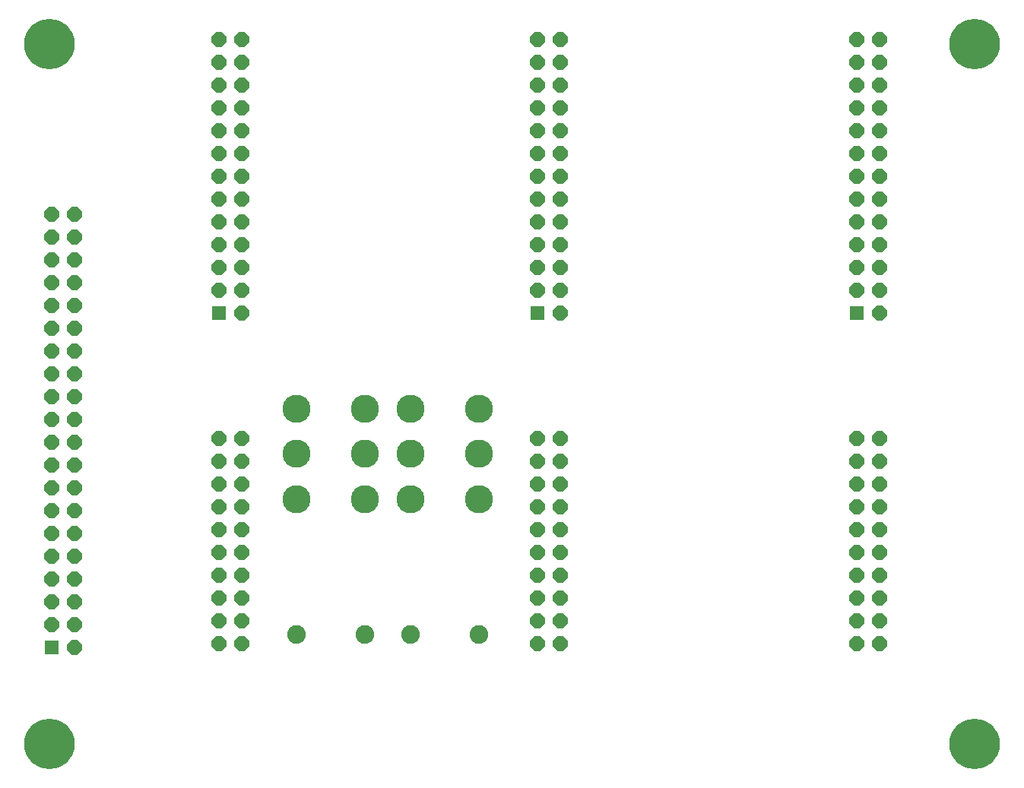
<source format=gbs>
G75*
%MOIN*%
%OFA0B0*%
%FSLAX25Y25*%
%IPPOS*%
%LPD*%
%AMOC8*
5,1,8,0,0,1.08239X$1,22.5*
%
%ADD10C,0.12311*%
%ADD11C,0.08177*%
%ADD12OC8,0.06406*%
%ADD13R,0.06406X0.06406*%
%ADD14C,0.22154*%
D10*
X0175902Y0143933D03*
X0175902Y0163776D03*
X0175902Y0183618D03*
X0205665Y0183618D03*
X0225902Y0183618D03*
X0225902Y0163776D03*
X0225902Y0143933D03*
X0205665Y0143933D03*
X0205665Y0163776D03*
X0255665Y0163776D03*
X0255665Y0143933D03*
X0255665Y0183618D03*
D11*
X0255665Y0084406D03*
X0225902Y0084406D03*
X0205665Y0084406D03*
X0175902Y0084406D03*
D12*
X0151807Y0080350D03*
X0141807Y0080350D03*
X0141807Y0090350D03*
X0151807Y0090350D03*
X0151807Y0100350D03*
X0141807Y0100350D03*
X0141807Y0110350D03*
X0151807Y0110350D03*
X0151807Y0120350D03*
X0141807Y0120350D03*
X0141807Y0130350D03*
X0151807Y0130350D03*
X0151807Y0140350D03*
X0141807Y0140350D03*
X0141807Y0150350D03*
X0151807Y0150350D03*
X0151807Y0160350D03*
X0141807Y0160350D03*
X0141807Y0170350D03*
X0151807Y0170350D03*
X0151807Y0225547D03*
X0151807Y0235547D03*
X0141807Y0235547D03*
X0141807Y0245547D03*
X0151807Y0245547D03*
X0151807Y0255547D03*
X0141807Y0255547D03*
X0141807Y0265547D03*
X0151807Y0265547D03*
X0151807Y0275547D03*
X0141807Y0275547D03*
X0141807Y0285547D03*
X0151807Y0285547D03*
X0151807Y0295547D03*
X0141807Y0295547D03*
X0141807Y0305547D03*
X0151807Y0305547D03*
X0151807Y0315547D03*
X0141807Y0315547D03*
X0141807Y0325547D03*
X0151807Y0325547D03*
X0151807Y0335547D03*
X0141807Y0335547D03*
X0141807Y0345547D03*
X0151807Y0345547D03*
X0078343Y0268776D03*
X0078343Y0258776D03*
X0068343Y0258776D03*
X0068343Y0268776D03*
X0068343Y0248776D03*
X0078343Y0248776D03*
X0078343Y0238776D03*
X0078343Y0228776D03*
X0068343Y0228776D03*
X0068343Y0238776D03*
X0068343Y0218776D03*
X0078343Y0218776D03*
X0078343Y0208776D03*
X0078343Y0198776D03*
X0068343Y0198776D03*
X0068343Y0208776D03*
X0068343Y0188776D03*
X0078343Y0188776D03*
X0078343Y0178776D03*
X0078343Y0168776D03*
X0068343Y0168776D03*
X0068343Y0178776D03*
X0068343Y0158776D03*
X0078343Y0158776D03*
X0078343Y0148776D03*
X0078343Y0138776D03*
X0068343Y0138776D03*
X0068343Y0148776D03*
X0068343Y0128776D03*
X0078343Y0128776D03*
X0078343Y0118776D03*
X0078343Y0108776D03*
X0068343Y0108776D03*
X0068343Y0118776D03*
X0068343Y0098776D03*
X0078343Y0098776D03*
X0078343Y0088776D03*
X0078343Y0078776D03*
X0068343Y0088776D03*
X0281571Y0090350D03*
X0291571Y0090350D03*
X0291571Y0100350D03*
X0281571Y0100350D03*
X0281571Y0110350D03*
X0291571Y0110350D03*
X0291571Y0120350D03*
X0281571Y0120350D03*
X0281571Y0130350D03*
X0291571Y0130350D03*
X0291571Y0140350D03*
X0281571Y0140350D03*
X0281571Y0150350D03*
X0291571Y0150350D03*
X0291571Y0160350D03*
X0281571Y0160350D03*
X0281571Y0170350D03*
X0291571Y0170350D03*
X0291571Y0225547D03*
X0291571Y0235547D03*
X0281571Y0235547D03*
X0281571Y0245547D03*
X0291571Y0245547D03*
X0291571Y0255547D03*
X0281571Y0255547D03*
X0281571Y0265547D03*
X0291571Y0265547D03*
X0291571Y0275547D03*
X0281571Y0275547D03*
X0281571Y0285547D03*
X0291571Y0285547D03*
X0291571Y0295547D03*
X0281571Y0295547D03*
X0281571Y0305547D03*
X0291571Y0305547D03*
X0291571Y0315547D03*
X0281571Y0315547D03*
X0281571Y0325547D03*
X0291571Y0325547D03*
X0291571Y0335547D03*
X0281571Y0335547D03*
X0281571Y0345547D03*
X0291571Y0345547D03*
X0421335Y0345547D03*
X0431335Y0345547D03*
X0431335Y0335547D03*
X0431335Y0325547D03*
X0421335Y0325547D03*
X0421335Y0335547D03*
X0421335Y0315547D03*
X0431335Y0315547D03*
X0431335Y0305547D03*
X0421335Y0305547D03*
X0421335Y0295547D03*
X0431335Y0295547D03*
X0431335Y0285547D03*
X0421335Y0285547D03*
X0421335Y0275547D03*
X0431335Y0275547D03*
X0431335Y0265547D03*
X0431335Y0255547D03*
X0421335Y0255547D03*
X0421335Y0265547D03*
X0421335Y0245547D03*
X0431335Y0245547D03*
X0431335Y0235547D03*
X0431335Y0225547D03*
X0421335Y0235547D03*
X0421335Y0170350D03*
X0431335Y0170350D03*
X0431335Y0160350D03*
X0431335Y0150350D03*
X0421335Y0150350D03*
X0421335Y0160350D03*
X0421335Y0140350D03*
X0431335Y0140350D03*
X0431335Y0130350D03*
X0431335Y0120350D03*
X0421335Y0120350D03*
X0421335Y0130350D03*
X0421335Y0110350D03*
X0431335Y0110350D03*
X0431335Y0100350D03*
X0431335Y0090350D03*
X0421335Y0090350D03*
X0421335Y0100350D03*
X0421335Y0080350D03*
X0431335Y0080350D03*
X0291571Y0080350D03*
X0281571Y0080350D03*
D13*
X0281571Y0225547D03*
X0421335Y0225547D03*
X0141807Y0225547D03*
X0068343Y0078776D03*
D14*
X0067555Y0036492D03*
X0067555Y0343579D03*
X0473067Y0343579D03*
X0473067Y0036492D03*
M02*

</source>
